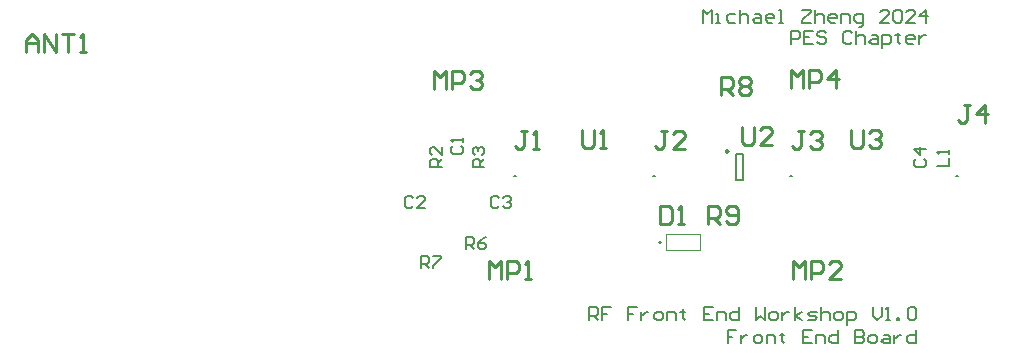
<source format=gto>
G04*
G04 #@! TF.GenerationSoftware,Altium Limited,Altium Designer,24.9.1 (31)*
G04*
G04 Layer_Color=65535*
%FSLAX25Y25*%
%MOIN*%
G70*
G04*
G04 #@! TF.SameCoordinates,D730F02F-FD74-4FC1-B03C-3973BC9D0968*
G04*
G04*
G04 #@! TF.FilePolarity,Positive*
G04*
G01*
G75*
%ADD10C,0.00787*%
%ADD11C,0.00984*%
%ADD12C,0.01000*%
%ADD13C,0.00394*%
%ADD14C,0.00602*%
D10*
X171181Y58819D02*
X170394D01*
X171181D01*
X263307D02*
X262520D01*
X263307D01*
X217638Y58819D02*
X216850D01*
X217638D01*
X318504Y59055D02*
X317717D01*
X318504D01*
X244587Y57480D02*
X246949D01*
X244587Y66142D02*
X246949D01*
Y57480D02*
Y66142D01*
X244587Y57480D02*
Y66142D01*
X262992Y103018D02*
Y107347D01*
X265157D01*
X265878Y106626D01*
Y105183D01*
X265157Y104461D01*
X262992D01*
X270208Y107347D02*
X267321D01*
Y103018D01*
X270208D01*
X267321Y105183D02*
X268764D01*
X274537Y106626D02*
X273815Y107347D01*
X272372D01*
X271651Y106626D01*
Y105904D01*
X272372Y105183D01*
X273815D01*
X274537Y104461D01*
Y103740D01*
X273815Y103018D01*
X272372D01*
X271651Y103740D01*
X283196Y106626D02*
X282474Y107347D01*
X281031D01*
X280309Y106626D01*
Y103740D01*
X281031Y103018D01*
X282474D01*
X283196Y103740D01*
X284639Y107347D02*
Y103018D01*
Y105183D01*
X285360Y105904D01*
X286803D01*
X287525Y105183D01*
Y103018D01*
X289689Y105904D02*
X291133D01*
X291854Y105183D01*
Y103018D01*
X289689D01*
X288968Y103740D01*
X289689Y104461D01*
X291854D01*
X293297Y101575D02*
Y105904D01*
X295462D01*
X296183Y105183D01*
Y103740D01*
X295462Y103018D01*
X293297D01*
X298348Y106626D02*
Y105904D01*
X297627D01*
X299070D01*
X298348D01*
Y103740D01*
X299070Y103018D01*
X303399D02*
X301956D01*
X301234Y103740D01*
Y105183D01*
X301956Y105904D01*
X303399D01*
X304121Y105183D01*
Y104461D01*
X301234D01*
X305564Y105904D02*
Y103018D01*
Y104461D01*
X306285Y105183D01*
X307007Y105904D01*
X307728D01*
X233465Y110105D02*
Y114434D01*
X234908Y112991D01*
X236351Y114434D01*
Y110105D01*
X237794D02*
X239237D01*
X238515D01*
Y112991D01*
X237794D01*
X244288D02*
X242123D01*
X241402Y112269D01*
Y110826D01*
X242123Y110105D01*
X244288D01*
X245731Y114434D02*
Y110105D01*
Y112269D01*
X246452Y112991D01*
X247896D01*
X248617Y112269D01*
Y110105D01*
X250782Y112991D02*
X252225D01*
X252946Y112269D01*
Y110105D01*
X250782D01*
X250060Y110826D01*
X250782Y111548D01*
X252946D01*
X256554Y110105D02*
X255111D01*
X254390Y110826D01*
Y112269D01*
X255111Y112991D01*
X256554D01*
X257276Y112269D01*
Y111548D01*
X254390D01*
X258719Y110105D02*
X260162D01*
X259440D01*
Y114434D01*
X258719D01*
X266656D02*
X269542D01*
Y113712D01*
X266656Y110826D01*
Y110105D01*
X269542D01*
X270985Y114434D02*
Y110105D01*
Y112269D01*
X271707Y112991D01*
X273150D01*
X273871Y112269D01*
Y110105D01*
X277479D02*
X276036D01*
X275315Y110826D01*
Y112269D01*
X276036Y112991D01*
X277479D01*
X278201Y112269D01*
Y111548D01*
X275315D01*
X279644Y110105D02*
Y112991D01*
X281808D01*
X282530Y112269D01*
Y110105D01*
X285416Y108661D02*
X286138D01*
X286859Y109383D01*
Y112991D01*
X284695D01*
X283973Y112269D01*
Y110826D01*
X284695Y110105D01*
X286859D01*
X295518D02*
X292632D01*
X295518Y112991D01*
Y113712D01*
X294796Y114434D01*
X293353D01*
X292632Y113712D01*
X296961D02*
X297683Y114434D01*
X299126D01*
X299847Y113712D01*
Y110826D01*
X299126Y110105D01*
X297683D01*
X296961Y110826D01*
Y113712D01*
X304177Y110105D02*
X301290D01*
X304177Y112991D01*
Y113712D01*
X303455Y114434D01*
X302012D01*
X301290Y113712D01*
X307784Y110105D02*
Y114434D01*
X305620Y112269D01*
X308506D01*
X244619Y7479D02*
X241732D01*
Y5314D01*
X243175D01*
X241732D01*
Y3150D01*
X246062Y6036D02*
Y3150D01*
Y4593D01*
X246783Y5314D01*
X247505Y6036D01*
X248226D01*
X251112Y3150D02*
X252556D01*
X253277Y3871D01*
Y5314D01*
X252556Y6036D01*
X251112D01*
X250391Y5314D01*
Y3871D01*
X251112Y3150D01*
X254720D02*
Y6036D01*
X256885D01*
X257606Y5314D01*
Y3150D01*
X259771Y6757D02*
Y6036D01*
X259050D01*
X260493D01*
X259771D01*
Y3871D01*
X260493Y3150D01*
X269873Y7479D02*
X266987D01*
Y3150D01*
X269873D01*
X266987Y5314D02*
X268430D01*
X271316Y3150D02*
Y6036D01*
X273481D01*
X274202Y5314D01*
Y3150D01*
X278531Y7479D02*
Y3150D01*
X276367D01*
X275645Y3871D01*
Y5314D01*
X276367Y6036D01*
X278531D01*
X284304Y7479D02*
Y3150D01*
X286469D01*
X287190Y3871D01*
Y4593D01*
X286469Y5314D01*
X284304D01*
X286469D01*
X287190Y6036D01*
Y6757D01*
X286469Y7479D01*
X284304D01*
X289355Y3150D02*
X290798D01*
X291519Y3871D01*
Y5314D01*
X290798Y6036D01*
X289355D01*
X288633Y5314D01*
Y3871D01*
X289355Y3150D01*
X293684Y6036D02*
X295127D01*
X295849Y5314D01*
Y3150D01*
X293684D01*
X292962Y3871D01*
X293684Y4593D01*
X295849D01*
X297292Y6036D02*
Y3150D01*
Y4593D01*
X298013Y5314D01*
X298735Y6036D01*
X299456D01*
X304507Y7479D02*
Y3150D01*
X302343D01*
X301621Y3871D01*
Y5314D01*
X302343Y6036D01*
X304507D01*
X195669Y10892D02*
Y15221D01*
X197834D01*
X198556Y14500D01*
Y13057D01*
X197834Y12335D01*
X195669D01*
X197112D02*
X198556Y10892D01*
X202885Y15221D02*
X199999D01*
Y13057D01*
X201442D01*
X199999D01*
Y10892D01*
X211543Y15221D02*
X208657D01*
Y13057D01*
X210100D01*
X208657D01*
Y10892D01*
X212986Y13778D02*
Y10892D01*
Y12335D01*
X213708Y13057D01*
X214430Y13778D01*
X215151D01*
X218037Y10892D02*
X219480D01*
X220202Y11614D01*
Y13057D01*
X219480Y13778D01*
X218037D01*
X217316Y13057D01*
Y11614D01*
X218037Y10892D01*
X221645D02*
Y13778D01*
X223810D01*
X224531Y13057D01*
Y10892D01*
X226696Y14500D02*
Y13778D01*
X225974D01*
X227418D01*
X226696D01*
Y11614D01*
X227418Y10892D01*
X236798Y15221D02*
X233911D01*
Y10892D01*
X236798D01*
X233911Y13057D02*
X235355D01*
X238241Y10892D02*
Y13778D01*
X240406D01*
X241127Y13057D01*
Y10892D01*
X245456Y15221D02*
Y10892D01*
X243292D01*
X242570Y11614D01*
Y13057D01*
X243292Y13778D01*
X245456D01*
X251229Y15221D02*
Y10892D01*
X252672Y12335D01*
X254115Y10892D01*
Y15221D01*
X256280Y10892D02*
X257723D01*
X258444Y11614D01*
Y13057D01*
X257723Y13778D01*
X256280D01*
X255558Y13057D01*
Y11614D01*
X256280Y10892D01*
X259887Y13778D02*
Y10892D01*
Y12335D01*
X260609Y13057D01*
X261331Y13778D01*
X262052D01*
X264217Y10892D02*
Y15221D01*
Y12335D02*
X266381Y13778D01*
X264217Y12335D02*
X266381Y10892D01*
X268546D02*
X270711D01*
X271432Y11614D01*
X270711Y12335D01*
X269268D01*
X268546Y13057D01*
X269268Y13778D01*
X271432D01*
X272875Y15221D02*
Y10892D01*
Y13057D01*
X273597Y13778D01*
X275040D01*
X275762Y13057D01*
Y10892D01*
X277926D02*
X279369D01*
X280091Y11614D01*
Y13057D01*
X279369Y13778D01*
X277926D01*
X277205Y13057D01*
Y11614D01*
X277926Y10892D01*
X281534Y9449D02*
Y13778D01*
X283699D01*
X284420Y13057D01*
Y11614D01*
X283699Y10892D01*
X281534D01*
X290193Y15221D02*
Y12335D01*
X291636Y10892D01*
X293079Y12335D01*
Y15221D01*
X294522Y10892D02*
X295965D01*
X295243D01*
Y15221D01*
X294522Y14500D01*
X298130Y10892D02*
Y11614D01*
X298851D01*
Y10892D01*
X298130D01*
X301737Y14500D02*
X302459Y15221D01*
X303902D01*
X304624Y14500D01*
Y11614D01*
X303902Y10892D01*
X302459D01*
X301737Y11614D01*
Y14500D01*
D11*
X241831Y67323D02*
X241092Y67749D01*
Y66897D01*
X241831Y67323D01*
D12*
X219314Y36957D02*
X218757D01*
X219314D01*
X143971Y87946D02*
Y93944D01*
X145970Y91945D01*
X147970Y93944D01*
Y87946D01*
X149969D02*
Y93944D01*
X152968D01*
X153968Y92944D01*
Y90945D01*
X152968Y89945D01*
X149969D01*
X155967Y92944D02*
X156967Y93944D01*
X158966D01*
X159966Y92944D01*
Y91945D01*
X158966Y90945D01*
X157967D01*
X158966D01*
X159966Y89945D01*
Y88946D01*
X158966Y87946D01*
X156967D01*
X155967Y88946D01*
X262869Y88340D02*
Y94338D01*
X264868Y92338D01*
X266867Y94338D01*
Y88340D01*
X268867D02*
Y94338D01*
X271866D01*
X272866Y93338D01*
Y91339D01*
X271866Y90339D01*
X268867D01*
X277864Y88340D02*
Y94338D01*
X274865Y91339D01*
X278864D01*
X246576Y75440D02*
Y70442D01*
X247576Y69442D01*
X249575D01*
X250575Y70442D01*
Y75440D01*
X256573Y69442D02*
X252574D01*
X256573Y73441D01*
Y74440D01*
X255574Y75440D01*
X253574D01*
X252574Y74440D01*
X282765Y74424D02*
Y69426D01*
X283765Y68426D01*
X285764D01*
X286764Y69426D01*
Y74424D01*
X288763Y73424D02*
X289763Y74424D01*
X291762D01*
X292762Y73424D01*
Y72425D01*
X291762Y71425D01*
X290763D01*
X291762D01*
X292762Y70425D01*
Y69426D01*
X291762Y68426D01*
X289763D01*
X288763Y69426D01*
X193065Y74424D02*
Y69426D01*
X194065Y68426D01*
X196064D01*
X197064Y69426D01*
Y74424D01*
X199063Y68426D02*
X201063D01*
X200063D01*
Y74424D01*
X199063Y73424D01*
X235065Y42826D02*
Y48824D01*
X238064D01*
X239064Y47824D01*
Y45825D01*
X238064Y44825D01*
X235065D01*
X237065D02*
X239064Y42826D01*
X241063Y43826D02*
X242063Y42826D01*
X244062D01*
X245062Y43826D01*
Y47824D01*
X244062Y48824D01*
X242063D01*
X241063Y47824D01*
Y46825D01*
X242063Y45825D01*
X245062D01*
X239465Y86026D02*
Y92024D01*
X242464D01*
X243464Y91024D01*
Y89025D01*
X242464Y88025D01*
X239465D01*
X241465D02*
X243464Y86026D01*
X245463Y91024D02*
X246463Y92024D01*
X248462D01*
X249462Y91024D01*
Y90025D01*
X248462Y89025D01*
X249462Y88025D01*
Y87026D01*
X248462Y86026D01*
X246463D01*
X245463Y87026D01*
Y88025D01*
X246463Y89025D01*
X245463Y90025D01*
Y91024D01*
X246463Y89025D02*
X248462D01*
X263656Y24560D02*
Y30558D01*
X265655Y28559D01*
X267655Y30558D01*
Y24560D01*
X269654D02*
Y30558D01*
X272653D01*
X273653Y29558D01*
Y27559D01*
X272653Y26559D01*
X269654D01*
X279651Y24560D02*
X275652D01*
X279651Y28559D01*
Y29558D01*
X278651Y30558D01*
X276652D01*
X275652Y29558D01*
X162294Y24560D02*
Y30558D01*
X164293Y28559D01*
X166292Y30558D01*
Y24560D01*
X168292D02*
Y30558D01*
X171291D01*
X172290Y29558D01*
Y27559D01*
X171291Y26559D01*
X168292D01*
X174290Y24560D02*
X176289D01*
X175289D01*
Y30558D01*
X174290Y29558D01*
X322364Y82724D02*
X320365D01*
X321364D01*
Y77726D01*
X320365Y76726D01*
X319365D01*
X318365Y77726D01*
X327362Y76726D02*
Y82724D01*
X324363Y79725D01*
X328362D01*
X267164Y74024D02*
X265165D01*
X266164D01*
Y69026D01*
X265165Y68026D01*
X264165D01*
X263165Y69026D01*
X269163Y73024D02*
X270163Y74024D01*
X272162D01*
X273162Y73024D01*
Y72025D01*
X272162Y71025D01*
X271163D01*
X272162D01*
X273162Y70025D01*
Y69026D01*
X272162Y68026D01*
X270163D01*
X269163Y69026D01*
X221464Y74024D02*
X219465D01*
X220464D01*
Y69026D01*
X219465Y68026D01*
X218465D01*
X217465Y69026D01*
X227462Y68026D02*
X223463D01*
X227462Y72025D01*
Y73024D01*
X226462Y74024D01*
X224463D01*
X223463Y73024D01*
X174964Y74024D02*
X172965D01*
X173964D01*
Y69026D01*
X172965Y68026D01*
X171965D01*
X170965Y69026D01*
X176963Y68026D02*
X178963D01*
X177963D01*
Y74024D01*
X176963Y73024D01*
X219265Y48924D02*
Y42926D01*
X222264D01*
X223264Y43926D01*
Y47924D01*
X222264Y48924D01*
X219265D01*
X225263Y42926D02*
X227263D01*
X226263D01*
Y48924D01*
X225263Y47924D01*
X7720Y100151D02*
Y104149D01*
X9719Y106149D01*
X11718Y104149D01*
Y100151D01*
Y103150D01*
X7720D01*
X13718Y100151D02*
Y106149D01*
X17717Y100151D01*
Y106149D01*
X19716D02*
X23715D01*
X21715D01*
Y100151D01*
X25714D02*
X27713D01*
X26714D01*
Y106149D01*
X25714Y105149D01*
D13*
X221201Y34201D02*
X232618D01*
Y39713D01*
X221201D02*
X232618D01*
X221201Y34201D02*
Y39713D01*
D14*
X139634Y28347D02*
Y32283D01*
X141602D01*
X142257Y31627D01*
Y30315D01*
X141602Y29659D01*
X139634D01*
X140945D02*
X142257Y28347D01*
X143569Y32283D02*
X146193D01*
Y31627D01*
X143569Y29003D01*
Y28347D01*
X154594Y34646D02*
Y38582D01*
X156562D01*
X157218Y37926D01*
Y36614D01*
X156562Y35958D01*
X154594D01*
X155906D02*
X157218Y34646D01*
X161154Y38582D02*
X159842Y37926D01*
X158530Y36614D01*
Y35302D01*
X159186Y34646D01*
X160498D01*
X161154Y35302D01*
Y35958D01*
X160498Y36614D01*
X158530D01*
X160629Y62075D02*
X156693D01*
Y64042D01*
X157350Y64698D01*
X158661D01*
X159317Y64042D01*
Y62075D01*
Y63386D02*
X160629Y64698D01*
X157350Y66010D02*
X156693Y66666D01*
Y67978D01*
X157350Y68634D01*
X158005D01*
X158661Y67978D01*
Y67322D01*
Y67978D01*
X159317Y68634D01*
X159973D01*
X160629Y67978D01*
Y66666D01*
X159973Y66010D01*
X146456Y62075D02*
X142520D01*
Y64042D01*
X143176Y64698D01*
X144488D01*
X145144Y64042D01*
Y62075D01*
Y63386D02*
X146456Y64698D01*
Y68634D02*
Y66010D01*
X143832Y68634D01*
X143176D01*
X142520Y67978D01*
Y66666D01*
X143176Y66010D01*
X311418Y62337D02*
X315354D01*
Y64961D01*
Y66273D02*
Y67585D01*
Y66928D01*
X311418D01*
X312074Y66273D01*
X304594Y64698D02*
X303938Y64042D01*
Y62730D01*
X304594Y62075D01*
X307217D01*
X307873Y62730D01*
Y64042D01*
X307217Y64698D01*
X307873Y67978D02*
X303938D01*
X305906Y66010D01*
Y68634D01*
X165486Y51706D02*
X164830Y52362D01*
X163518D01*
X162862Y51706D01*
Y49082D01*
X163518Y48426D01*
X164830D01*
X165486Y49082D01*
X166798Y51706D02*
X167454Y52362D01*
X168766D01*
X169422Y51706D01*
Y51050D01*
X168766Y50394D01*
X168110D01*
X168766D01*
X169422Y49738D01*
Y49082D01*
X168766Y48426D01*
X167454D01*
X166798Y49082D01*
X136735Y51727D02*
X136069Y52393D01*
X134736D01*
X134069Y51727D01*
Y49061D01*
X134736Y48394D01*
X136069D01*
X136735Y49061D01*
X140734Y48394D02*
X138068D01*
X140734Y51060D01*
Y51727D01*
X140067Y52393D01*
X138734D01*
X138068Y51727D01*
X150263Y68898D02*
X149607Y68242D01*
Y66930D01*
X150263Y66274D01*
X152887D01*
X153543Y66930D01*
Y68242D01*
X152887Y68898D01*
X153543Y70210D02*
Y71522D01*
Y70865D01*
X149607D01*
X150263Y70210D01*
M02*

</source>
